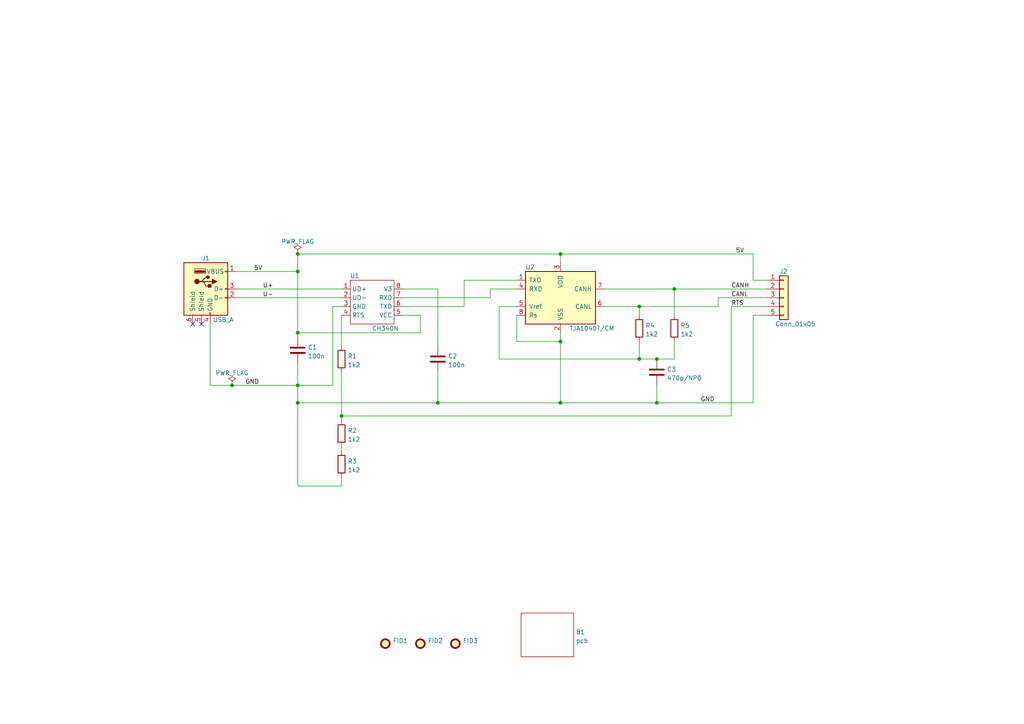
<source format=kicad_sch>
(kicad_sch (version 20211123) (generator eeschema)
  (paper "A4")
  (title_block (date "2022-10-13") (rev "V2"))
  (lib_symbols
    (symbol "Connector_Generic:Conn_01x05" (pin_names (offset 1.016) hide)
      (property "Reference" "J" (at 0 7.62 0))
      (property "Value" "Conn_01x05" (at 0 -7.62 0))
      (symbol "Conn_01x05_1_1"
        (rectangle (start -1.27 -4.953) (end 0 -5.207) (stroke (width 0.1524)))
        (rectangle (start -1.27 -2.413) (end 0 -2.667) (stroke (width 0.1524)))
        (rectangle (start -1.27 0.127) (end 0 -0.127) (stroke (width 0.1524)))
        (rectangle (start -1.27 2.667) (end 0 2.413) (stroke (width 0.1524)))
        (rectangle (start -1.27 5.207) (end 0 4.953) (stroke (width 0.1524)))
        (rectangle (start -1.27 6.35) (end 1.27 -6.35) (stroke (width 0.254)) (fill (type background)))
        (pin passive line (at -5.08 5.08 0) (length 3.81) (name "Pin_1") (number "1"))
        (pin passive line (at -5.08 2.54 0) (length 3.81) (name "Pin_2") (number "2"))
        (pin passive line (at -5.08 0 0) (length 3.81) (name "Pin_3") (number "3"))
        (pin passive line (at -5.08 -2.54 0) (length 3.81) (name "Pin_4") (number "4"))
        (pin passive line (at -5.08 -5.08 0) (length 3.81) (name "Pin_5") (number "5"))
      )
    )
    (symbol "Device:C" (pin_numbers hide) (pin_names (offset 0.254))
      (property "Reference" "C" (at 0.635 2.54 0))
      (property "Value" "C" (at 0.635 -2.54 0))
      (symbol "C_0_1"
        (polyline (pts (xy -2.032 -0.762) (xy 2.032 -0.762)) (stroke (width 0.508)))
        (polyline (pts (xy -2.032 0.762) (xy 2.032 0.762)) (stroke (width 0.508)))
      )
      (symbol "C_1_1"
        (pin passive line (at 0 3.81 270) (length 2.794) (name "~") (number "1"))
        (pin passive line (at 0 -3.81 90) (length 2.794) (name "~") (number "2"))
      )
    )
    (symbol "Device:R" (pin_numbers hide) (pin_names (offset 0))
      (property "Reference" "R" (at 2.032 0 90))
      (property "Value" "R" (at 0 0 90))
      (symbol "R_0_1"
        (rectangle (start -1.016 -2.54) (end 1.016 2.54) (stroke (width 0.254)))
      )
      (symbol "R_1_1"
        (pin passive line (at 0 3.81 270) (length 1.27) (name "~") (number "1"))
        (pin passive line (at 0 -3.81 90) (length 1.27) (name "~") (number "2"))
      )
    )
    (symbol "Interface_CAN_LIN:MCP2551-I-P" (pin_names (offset 1.016))
      (property "Reference" "U" (at -10.16 8.89 0))
      (property "Value" "MCP2551-I-P" (at 2.54 8.89 0))
      (symbol "MCP2551-I-P_0_1"
        (rectangle (start -10.16 7.62) (end 10.16 -7.62) (stroke (width 0.254)) (fill (type background)))
      )
      (symbol "MCP2551-I-P_1_1"
        (pin input line (at -12.7 5.08 0) (length 2.54) (name "TXD") (number "1"))
        (pin power_in line (at 0 -10.16 90) (length 2.54) (name "VSS") (number "2"))
        (pin power_in line (at 0 10.16 270) (length 2.54) (name "VDD") (number "3"))
        (pin output line (at -12.7 2.54 0) (length 2.54) (name "RXD") (number "4"))
        (pin power_out line (at -12.7 -2.54 0) (length 2.54) (name "Vref") (number "5"))
        (pin bidirectional line (at 12.7 -2.54 180) (length 2.54) (name "CANL") (number "6"))
        (pin bidirectional line (at 12.7 2.54 180) (length 2.54) (name "CANH") (number "7"))
        (pin input line (at -12.7 -5.08 0) (length 2.54) (name "Rs") (number "8"))
      )
    )
    (symbol "Mechanical:Fiducial"
      (property "Reference" "FID" (at 0 5.08 0))
      (property "Value" "Fiducial" (at 0 3.175 0))
      (symbol "Fiducial_0_1"
        (circle (center 0 0) (radius 1.27) (stroke (width 0.508)) (fill (type background)))
      )
    )
    (symbol "power:PWR_FLAG" (power) (pin_numbers hide) (pin_names (offset 0) hide)
      (property "Value" "PWR_FLAG" (at 0 3.81 0))
      (symbol "PWR_FLAG_0_0"
        (pin power_out line (at 0 0 90) (length 0) (name "pwr") (number "1"))
      )
      (symbol "PWR_FLAG_0_1"
        (polyline (pts (xy 0 0) (xy 0 1.27) (xy -1.016 1.905) (xy 0 2.54) (xy 1.016 1.905) (xy 0 1.27)))
      )
    )
    (symbol "toccata:CH340N"
      (property "Reference" "U" (at 1.27 6.35 0))
      (property "Value" "CH340N" (at 12.7 6.35 0))
      (symbol "CH340N_0_1"
        (polyline (pts (xy 0 5.08) (xy 12.7 5.08) (xy 12.7 -7.62) (xy 0 -7.62) (xy 0 5.08)) (stroke (width 0.1524)))
      )
      (symbol "CH340N_1_1"
        (pin input line (at -2.54 2.54 0) (length 2.54) (name "UD+") (number "1"))
        (pin input line (at -2.54 0 0) (length 2.54) (name "UD-") (number "2"))
        (pin power_in line (at -2.54 -2.54 0) (length 2.54) (name "GND") (number "3"))
        (pin output line (at -2.54 -5.08 0) (length 2.54) (name "RTS") (number "4"))
        (pin power_in line (at 15.24 -5.08 180) (length 2.54) (name "VCC") (number "5"))
        (pin output line (at 15.24 -2.54 180) (length 2.54) (name "TXD") (number "6"))
        (pin input line (at 15.24 0 180) (length 2.54) (name "RXD") (number "7"))
        (pin passive line (at 15.24 2.54 180) (length 2.54) (name "V3") (number "8"))
      )
    )
    (symbol "toccata:USB_A" (pin_names (offset 1.016))
      (property "Reference" "J" (at -5.08 11.43 0))
      (property "Value" "USB_A" (at -5.08 8.89 0))
      (symbol "USB_A_0_1"
        (rectangle (start -7.62 7.62) (end 5.08 -7.62) (stroke (width 0.254)) (fill (type background)))
        (circle (center -3.81 2.159) (radius 0.635) (stroke (width 0.254)) (fill (type outline)))
        (rectangle (start -1.524 4.826) (end -4.318 5.334) (fill (type outline)))
        (rectangle (start -1.27 4.572) (end -4.572 5.842))
        (circle (center -0.635 3.429) (radius 0.381) (stroke (width 0.254)) (fill (type outline)))
        (rectangle (start -0.127 -7.62) (end 0.127 -6.858))
        (polyline (pts (xy -3.175 2.159) (xy -2.54 2.159) (xy -1.27 3.429) (xy -0.635 3.429)) (stroke (width 0.254)))
        (polyline (pts (xy -2.54 2.159) (xy -1.905 2.159) (xy -1.27 0.889) (xy 0 0.889)) (stroke (width 0.254)))
        (polyline (pts (xy 0.635 2.794) (xy 0.635 1.524) (xy 1.905 2.159) (xy 0.635 2.794)) (stroke (width 0.254)) (fill (type outline)))
        (rectangle (start 0.254 1.27) (end -0.508 0.508) (stroke (width 0.254)) (fill (type outline)))
        (rectangle (start 5.08 -2.667) (end 4.318 -2.413))
        (rectangle (start 5.08 -0.127) (end 4.318 0.127))
        (rectangle (start 5.08 4.953) (end 4.318 5.207))
      )
      (symbol "USB_A_1_1"
        (polyline (pts (xy -1.905 2.159) (xy 0.635 2.159)) (stroke (width 0.254)))
        (pin power_in line (at 7.62 5.08 180) (length 2.54) (name "VBUS") (number "1"))
        (pin bidirectional line (at 7.62 -2.54 180) (length 2.54) (name "D-") (number "2"))
        (pin bidirectional line (at 7.62 0 180) (length 2.54) (name "D+") (number "3"))
        (pin power_in line (at 0 -10.16 90) (length 2.54) (name "GND") (number "4"))
        (pin passive line (at -2.54 -10.16 90) (length 2.54) (name "Shield") (number "5"))
        (pin passive line (at -5.08 -10.16 90) (length 2.54) (name "Shield") (number "6"))
      )
    )
    (symbol "toccata:pcb" (pin_numbers hide) (pin_names (offset 0) hide)
      (property "Reference" "B" (at -7.62 7.62 0))
      (property "Value" "pcb" (at 0 -7.62 0))
      (symbol "pcb_0_1"
        (rectangle (start -7.62 6.35) (end 7.62 -6.35))
      )
    )
  )
  (junction (at 99.06 120.65))
  (junction (at 162.56 116.84))
  (junction (at 190.5 116.84))
  (junction (at 190.5 104.14))
  (junction (at 127 116.84))
  (junction (at 86.36 111.76))
  (junction (at 86.36 116.84))
  (junction (at 86.36 96.52))
  (junction (at 162.56 99.06))
  (junction (at 185.42 88.9))
  (junction (at 195.58 83.82))
  (junction (at 67.31 111.76))
  (junction (at 86.36 73.66))
  (junction (at 162.56 73.66))
  (junction (at 86.36 78.74))
  (junction (at 185.42 104.14))
  (no_connect (at 58.42 93.98))
  (no_connect (at 55.88 93.98))
  (wire (pts (xy 96.52 111.76) (xy 86.36 111.76)))
  (wire (pts (xy 127 83.82) (xy 116.84 83.82)))
  (wire (pts (xy 212.09 120.65) (xy 212.09 88.9)))
  (wire (pts (xy 190.5 111.76) (xy 190.5 116.84)))
  (wire (pts (xy 162.56 76.2) (xy 162.56 73.66)))
  (wire (pts (xy 86.36 96.52) (xy 86.36 97.79)))
  (wire (pts (xy 116.84 91.44) (xy 121.92 91.44)))
  (wire (pts (xy 190.5 104.14) (xy 195.58 104.14)))
  (wire (pts (xy 121.92 96.52) (xy 86.36 96.52)))
  (wire (pts (xy 162.56 99.06) (xy 162.56 116.84)))
  (wire (pts (xy 86.36 105.41) (xy 86.36 111.76)))
  (wire (pts (xy 185.42 104.14) (xy 144.78 104.14)))
  (wire (pts (xy 99.06 91.44) (xy 99.06 100.33)))
  (wire (pts (xy 218.44 91.44) (xy 218.44 116.84)))
  (wire (pts (xy 162.56 73.66) (xy 218.44 73.66)))
  (wire (pts (xy 68.58 78.74) (xy 86.36 78.74)))
  (wire (pts (xy 99.06 107.95) (xy 99.06 120.65)))
  (wire (pts (xy 116.84 88.9) (xy 134.62 88.9)))
  (wire (pts (xy 142.24 86.36) (xy 142.24 83.82)))
  (wire (pts (xy 185.42 99.06) (xy 185.42 104.14)))
  (wire (pts (xy 86.36 116.84) (xy 127 116.84)))
  (wire (pts (xy 162.56 99.06) (xy 162.56 96.52)))
  (wire (pts (xy 68.58 86.36) (xy 99.06 86.36)))
  (wire (pts (xy 99.06 88.9) (xy 96.52 88.9)))
  (wire (pts (xy 121.92 91.44) (xy 121.92 96.52)))
  (wire (pts (xy 134.62 81.28) (xy 134.62 88.9)))
  (wire (pts (xy 149.86 99.06) (xy 162.56 99.06)))
  (wire (pts (xy 208.28 88.9) (xy 208.28 86.36)))
  (wire (pts (xy 68.58 83.82) (xy 99.06 83.82)))
  (wire (pts (xy 142.24 83.82) (xy 149.86 83.82)))
  (wire (pts (xy 162.56 73.66) (xy 86.36 73.66)))
  (wire (pts (xy 96.52 88.9) (xy 96.52 111.76)))
  (wire (pts (xy 195.58 104.14) (xy 195.58 99.06)))
  (wire (pts (xy 116.84 86.36) (xy 142.24 86.36)))
  (wire (pts (xy 162.56 116.84) (xy 127 116.84)))
  (wire (pts (xy 175.26 83.82) (xy 195.58 83.82)))
  (wire (pts (xy 144.78 88.9) (xy 149.86 88.9)))
  (wire (pts (xy 185.42 88.9) (xy 175.26 88.9)))
  (wire (pts (xy 195.58 83.82) (xy 222.25 83.82)))
  (wire (pts (xy 185.42 91.44) (xy 185.42 88.9)))
  (wire (pts (xy 60.96 93.98) (xy 60.96 111.76)))
  (wire (pts (xy 99.06 138.43) (xy 99.06 140.97)))
  (wire (pts (xy 86.36 73.66) (xy 86.36 78.74)))
  (wire (pts (xy 149.86 91.44) (xy 149.86 99.06)))
  (wire (pts (xy 185.42 104.14) (xy 190.5 104.14)))
  (wire (pts (xy 195.58 83.82) (xy 195.58 91.44)))
  (wire (pts (xy 134.62 81.28) (xy 149.86 81.28)))
  (wire (pts (xy 99.06 120.65) (xy 99.06 121.92)))
  (wire (pts (xy 144.78 104.14) (xy 144.78 88.9)))
  (wire (pts (xy 86.36 78.74) (xy 86.36 96.52)))
  (wire (pts (xy 190.5 116.84) (xy 162.56 116.84)))
  (wire (pts (xy 218.44 91.44) (xy 222.25 91.44)))
  (wire (pts (xy 208.28 86.36) (xy 222.25 86.36)))
  (wire (pts (xy 218.44 116.84) (xy 190.5 116.84)))
  (wire (pts (xy 218.44 81.28) (xy 222.25 81.28)))
  (wire (pts (xy 86.36 140.97) (xy 86.36 116.84)))
  (wire (pts (xy 127 107.95) (xy 127 116.84)))
  (wire (pts (xy 218.44 73.66) (xy 218.44 81.28)))
  (wire (pts (xy 86.36 116.84) (xy 86.36 111.76)))
  (wire (pts (xy 185.42 88.9) (xy 208.28 88.9)))
  (wire (pts (xy 212.09 88.9) (xy 222.25 88.9)))
  (wire (pts (xy 127 100.33) (xy 127 83.82)))
  (wire (pts (xy 99.06 120.65) (xy 212.09 120.65)))
  (wire (pts (xy 99.06 140.97) (xy 86.36 140.97)))
  (wire (pts (xy 99.06 129.54) (xy 99.06 130.81)))
  (wire (pts (xy 60.96 111.76) (xy 67.31 111.76)))
  (wire (pts (xy 67.31 111.76) (xy 86.36 111.76)))
  (label "5V" (at 213.36 73.66 0))
  (label "CANH" (at 212.09 83.82 0))
  (label "U+" (at 76.2 83.82 0))
  (label "5V" (at 73.66 78.74 0))
  (label "RTS" (at 212.09 88.9 0))
  (label "GND" (at 203.2 116.84 0))
  (label "CANL" (at 212.09 86.36 0))
  (label "GND" (at 71.12 111.76 0))
  (label "U-" (at 76.2 86.36 0))
  (symbol (lib_id "Connector_Generic:Conn_01x05") (at 227.33 86.36 0) (unit 1) (in_bom no)
    (property "Reference" "J2" (at 226.06 78.74 0) (effects (justify left)))
    (property "Value" "Conn_01x05" (at 224.79 93.98 0) (effects (justify left)))
    (property "Footprint" "Connector_PinHeader_2.54mm:PinHeader_1x05_P2.54mm_Vertical" (effects hide))
  )
  (symbol (lib_id "Interface_CAN_LIN:MCP2551-I-P") (at 162.56 86.36 0) (unit 1)
    (property "Reference" "U2" (at 152.4 77.47 0) (effects (justify left)))
    (property "Value" "TJA1040T/CM" (at 165.1 95.25 0) (effects (justify left)))
    (property "Footprint" "Package_SO:SOP-8_3.9x4.9mm_P1.27mm" (effects hide))
    (property "Datasheet" "http://ww1.microchip.com/downloads/en/devicedoc/21667d.pdf" (effects hide))
  )
  (symbol (lib_id "Device:R") (at 195.58 95.25 0) (unit 1)
    (property "Reference" "R5" (at 197.358 94.4153 0) (effects (justify left)))
    (property "Value" "1k2" (at 197.358 96.9522 0) (effects (justify left)))
    (property "Footprint" "Resistor_SMD:R_0603_1608Metric" (effects hide))
  )
  (symbol (lib_id "Device:R") (at 185.42 95.25 0) (unit 1)
    (property "Reference" "R4" (at 187.198 94.4153 0) (effects (justify left)))
    (property "Value" "1k2" (at 187.198 96.9522 0) (effects (justify left)))
    (property "Footprint" "Resistor_SMD:R_0603_1608Metric" (effects hide))
  )
  (symbol (lib_id "power:PWR_FLAG") (at 67.31 111.76 0) (unit 1)
    (property "Reference" "#FLG01" (effects hide))
    (property "Value" "PWR_FLAG" (at 67.31 108.1842 0))
  )
  (symbol (lib_id "toccata:USB_A") (at 60.96 83.82 0) (unit 1)
    (property "Reference" "J1" (at 59.69 74.93 0))
    (property "Value" "USB_A" (at 64.77 92.71 0))
    (property "Footprint" "tocc:USBA-SHOUHAN-AM180" (effects hide))
    (property "Datasheet" " ~" (effects hide))
  )
  (symbol (lib_id "Mechanical:Fiducial") (at 111.76 186.69 0) (unit 1) (in_bom no)
    (property "Reference" "FID1" (at 113.919 185.8553 0) (effects (justify left)))
    (property "Value" "Fiducial" (effects hide))
    (property "Footprint" "Fiducial:Fiducial_1mm_Mask2mm" (effects hide))
  )
  (symbol (lib_id "toccata:CH340N") (at 101.6 86.36 0) (unit 1)
    (property "Reference" "U1" (at 102.87 80.01 0))
    (property "Value" "CH340N" (at 111.76 95.25 0))
    (property "Footprint" "Package_SO:SO-8_3.9x4.9mm_P1.27mm" (effects hide))
    (property "Datasheet" "https://www.snapeda.com/parts/CH340N/WCH/datasheet/" (effects hide))
  )
  (symbol (lib_id "Device:R") (at 99.06 104.14 0) (unit 1)
    (property "Reference" "R1" (at 100.838 103.3053 0) (effects (justify left)))
    (property "Value" "1k2" (at 100.838 105.8422 0) (effects (justify left)))
    (property "Footprint" "Resistor_SMD:R_0603_1608Metric" (effects hide))
  )
  (symbol (lib_id "Device:R") (at 99.06 125.73 0) (unit 1)
    (property "Reference" "R2" (at 100.838 124.8953 0) (effects (justify left)))
    (property "Value" "1k2" (at 100.838 127.4322 0) (effects (justify left)))
    (property "Footprint" "Resistor_SMD:R_0603_1608Metric" (effects hide))
  )
  (symbol (lib_id "Mechanical:Fiducial") (at 121.92 186.69 0) (unit 1) (in_bom no)
    (property "Reference" "FID2" (at 124.079 185.8553 0) (effects (justify left)))
    (property "Value" "Fiducial" (effects hide))
    (property "Footprint" "Fiducial:Fiducial_1mm_Mask2mm" (effects hide))
  )
  (symbol (lib_id "power:PWR_FLAG") (at 86.36 73.66 0) (unit 1)
    (property "Reference" "#FLG02" (effects hide))
    (property "Value" "PWR_FLAG" (at 86.36 70.0842 0))
  )
  (symbol (lib_id "Device:C") (at 86.36 101.6 0) (unit 1)
    (property "Reference" "C1" (at 89.281 100.7653 0) (effects (justify left)))
    (property "Value" "100n" (at 89.281 103.3022 0) (effects (justify left)))
    (property "Footprint" "Capacitor_SMD:C_0603_1608Metric" (effects hide))
  )
  (symbol (lib_id "Device:C") (at 127 104.14 0) (unit 1)
    (property "Reference" "C2" (at 129.921 103.3053 0) (effects (justify left)))
    (property "Value" "100n" (at 129.921 105.8422 0) (effects (justify left)))
    (property "Footprint" "Capacitor_SMD:C_0603_1608Metric" (effects hide))
  )
  (symbol (lib_id "Device:R") (at 99.06 134.62 0) (unit 1)
    (property "Reference" "R3" (at 100.838 133.7853 0) (effects (justify left)))
    (property "Value" "1k2" (at 100.838 136.3222 0) (effects (justify left)))
    (property "Footprint" "Resistor_SMD:R_0603_1608Metric" (effects hide))
  )
  (symbol (lib_id "Mechanical:Fiducial") (at 132.08 186.69 0) (unit 1) (in_bom no)
    (property "Reference" "FID3" (at 134.239 185.8553 0) (effects (justify left)))
    (property "Value" "Fiducial" (effects hide))
    (property "Footprint" "Fiducial:Fiducial_1mm_Mask2mm" (effects hide))
  )
  (symbol (lib_id "toccata:pcb") (at 158.75 184.15 0) (unit 1) (in_bom no)
    (property "Reference" "B1" (at 167.005 183.3153 0) (effects (justify left)))
    (property "Value" "pcb" (at 167.005 185.8522 0) (effects (justify left)))
    (property "Footprint" "tocc:pcbUsbPlug" (effects hide))
  )
  (symbol (lib_id "Device:C") (at 190.5 107.95 0) (unit 1)
    (property "Reference" "C3" (at 193.421 107.1153 0) (effects (justify left)))
    (property "Value" "470p/NP0" (at 193.421 109.6522 0) (effects (justify left)))
    (property "Footprint" "Capacitor_SMD:C_0603_1608Metric" (effects hide))
  )
)
</source>
